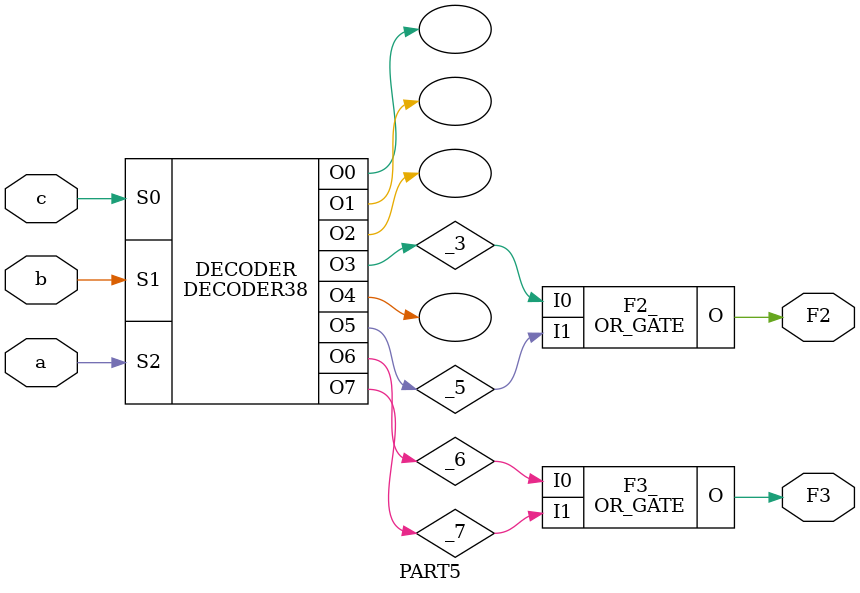
<source format=v>
`timescale 1ns / 1ps


module AND_GATE(I0, I1, O);
    input wire I0;
    input wire I1;
    
    output wire O;
    
    assign O = I0 & I1;

endmodule

module OR_GATE(I0, I1, O);
    input wire I0;
    input wire I1;
    
    output wire O;
    
    assign O = I0 | I1;
    
endmodule

module NOT_GATE(I, O);
    input wire I;
    
    output wire O;
    
    assign O = ~I;

endmodule

module XOR_GATE(I0, I1, O);

    input wire I0;
    input wire I1;
    
    output wire O;
    
    assign O = (~I0 & I1) | (I0 & ~I1);

endmodule

module NAND_GATE(I0, I1, O);
    
    input wire I0;
    input wire I1;
    
    output wire O;
    
    assign O = ~(I0 & I1);

endmodule

module MULTIPLEXER81(I0, I1, I2, I3, I4, I5, I6, I7, S2, S1, S0, O);
    
    input wire I0, I1, I2, I3, I4, I5, I6, I7, S2, S1, S0;
    output wire O;
    
    assign O = ((~S2 & ~S1 & ~S0 & I0) | (~S2 & ~S1 & S0 & I1) | (~S2 & S1 & ~S0 & I2) | (~S2 & S1 & S0 & I3) | (S2 & ~S1 & ~S0 & I4) | (S2 & ~S1 & S0 & I5) | (S2 & S1 & ~S0 & I6) | (S2 & S1 & S0 & I7)); 

endmodule

module DECODER38(S2, S1, S0, O0, O1 ,O2, O3, O4, O5, O6, O7);

    input wire S2, S1, S0;
    
    output wire O0, O1, O2, O3, O4, O5, O6, O7;
    
    assign O0 = ~S2 & ~S1 & ~S0;
    assign O1 = ~S2 & ~S1 & S0;
    assign O2 = ~S2 & S1 & ~S0;
    assign O3 = ~S2 & S1 & S0;
    assign O4 = S2 & ~S1 & ~S0;
    assign O5 = S2 & ~S1 & S0;
    assign O6 = S2 & S1 & ~S0;
    assign O7 = S2 & S1 & S0;

endmodule

module HALF_ADDER1(I0, I1, SUM, CARRY);
    
    input wire I0, I1;
    output wire SUM, CARRY;
    
    XOR_GATE SUM_CALCULATOR(.I0(I0), .I1(I1), .O(SUM));
    AND_GATE CARRY_CALCULATOR(.I0(I0), .I1(I1), .O(CARRY));

endmodule

module FULL_ADDER1(I0, I1, SUM, CARRY_IN, CARRY_OUT);

    input wire I0, I1, CARRY_IN;
    
    output wire SUM, CARRY_OUT;
    
    wire INTERMEDIATE_SUM, INTERMEDIATE_CARRY1, INTERMEDIATE_CARRY2;
    
    HALF_ADDER1 FIRST_HALF_ADDER(.I0(I0), .I1(I1), .SUM(INTERMEDIATE_SUM), .CARRY(INTERMEDIATE_CARRY1));
    HALF_ADDER1 SECOND_HALF_ADDER(.I0(INTERMEDIATE_SUM), .I1(CARRY_IN), .SUM(SUM), .CARRY(INTERMEDIATE_CARRY2));
    OR_GATE CARRY_CALCULATOR(.I0(INTERMEDIATE_CARRY1), .I1(INTERMEDIATE_CARRY2), .O(CARRY_OUT));

endmodule

module FULL_ADDER4(A, B, SUM, CARRY_IN, CARRY_OUT);

    input wire [3:0] A;
    input wire [3:0] B;
    input wire [0:0] CARRY_IN;
    
    output wire [3:0] SUM;
    output wire [0:0] CARRY_OUT;
    
    wire CARRY1, CARRY2, CARRY3;
    
    FULL_ADDER1 BIT1(.I0(A[0]),.I1(B[0]), .SUM(SUM[0]), .CARRY_IN(CARRY_IN), .CARRY_OUT(CARRY1));
    FULL_ADDER1 BIT2(.I0(A[1]),.I1(B[1]), .SUM(SUM[1]), .CARRY_IN(CARRY1), .CARRY_OUT(CARRY2));
    FULL_ADDER1 BIT3(.I0(A[2]),.I1(B[2]), .SUM(SUM[2]), .CARRY_IN(CARRY2), .CARRY_OUT(CARRY3));
    FULL_ADDER1 BIT4(.I0(A[3]),.I1(B[3]), .SUM(SUM[3]), .CARRY_IN(CARRY3), .CARRY_OUT(CARRY_OUT)); 
    
endmodule

module FULL_ADDER8(A, B, SUM, CARRY_IN, CARRY_OUT);

    input wire [7:0] A;
    input wire [7:0] B;
    input wire [0:0] CARRY_IN;
    
    output wire [7:0] SUM;
    output wire [0:0] CARRY_OUT;
    
    wire CARRY1, CARRY2, CARRY3, CARRY4, CARRY5, CARRY6, CARRY7;
    
    FULL_ADDER1 BIT1(.I0(A[0]),.I1(B[0]), .SUM(SUM[0]), .CARRY_IN(CARRY_IN), .CARRY_OUT(CARRY1));
    FULL_ADDER1 BIT2(.I0(A[1]),.I1(B[1]), .SUM(SUM[1]), .CARRY_IN(CARRY1), .CARRY_OUT(CARRY2));
    FULL_ADDER1 BIT3(.I0(A[2]),.I1(B[2]), .SUM(SUM[2]), .CARRY_IN(CARRY2), .CARRY_OUT(CARRY3));
    FULL_ADDER1 BIT4(.I0(A[3]),.I1(B[3]), .SUM(SUM[3]), .CARRY_IN(CARRY3), .CARRY_OUT(CARRY4));
    FULL_ADDER1 BIT5(.I0(A[4]),.I1(B[4]), .SUM(SUM[4]), .CARRY_IN(CARRY4), .CARRY_OUT(CARRY5));
    FULL_ADDER1 BIT6(.I0(A[5]),.I1(B[5]), .SUM(SUM[5]), .CARRY_IN(CARRY5), .CARRY_OUT(CARRY6));
    FULL_ADDER1 BIT7(.I0(A[6]),.I1(B[6]), .SUM(SUM[6]), .CARRY_IN(CARRY6), .CARRY_OUT(CARRY7));
    FULL_ADDER1 BIT8(.I0(A[7]),.I1(B[7]), .SUM(SUM[7]), .CARRY_IN(CARRY7), .CARRY_OUT(CARRY_OUT));
    
endmodule

module ADDER_SUBTRACTOR16(A, B, SWITCH, RESULT, CARRY_OUT);

    input wire [15:0] A;
    input wire [15:0] B;
    input wire [0:0] SWITCH; // IF SWITCH IS 0 ADD, IF SWITCH IS 1 SUBTRACT
    
    output wire [15:0] RESULT;
    output wire [0:0] CARRY_OUT;
    
    wire [15:0] C; // B OR TWOS COMPLEMENT OF B
    wire CARRY1, CARRY2, CARRY3, CARRY4, CARRY5, CARRY6, CARRY7, CARRY8, CARRY9, CARRY10, CARRY11, CARRY12, CARRY13, CARRY14, CARRY15; 
    
    XOR_GATE ADD_OR_SUBTRACT_BIT0(B[0], SWITCH, C[0]);
    XOR_GATE ADD_OR_SUBTRACT_BIT1(B[1], SWITCH, C[1]);
    XOR_GATE ADD_OR_SUBTRACT_BIT2(B[2], SWITCH, C[2]);
    XOR_GATE ADD_OR_SUBTRACT_BIT3(B[3], SWITCH, C[3]);
    XOR_GATE ADD_OR_SUBTRACT_BIT4(B[4], SWITCH, C[4]);
    XOR_GATE ADD_OR_SUBTRACT_BIT5(B[5], SWITCH, C[5]);
    XOR_GATE ADD_OR_SUBTRACT_BIT6(B[6], SWITCH, C[6]);
    XOR_GATE ADD_OR_SUBTRACT_BIT7(B[7], SWITCH, C[7]);  
    XOR_GATE ADD_OR_SUBTRACT_BIT8(B[8], SWITCH, C[8]);
    XOR_GATE ADD_OR_SUBTRACT_BIT9(B[9], SWITCH, C[9]);
    XOR_GATE ADD_OR_SUBTRACT_BIT10(B[10], SWITCH, C[10]);
    XOR_GATE ADD_OR_SUBTRACT_BIT11(B[11], SWITCH, C[11]);
    XOR_GATE ADD_OR_SUBTRACT_BIT12(B[12], SWITCH, C[12]);
    XOR_GATE ADD_OR_SUBTRACT_BIT13(B[13], SWITCH, C[13]);
    XOR_GATE ADD_OR_SUBTRACT_BIT14(B[14], SWITCH, C[14]);
    XOR_GATE ADD_OR_SUBTRACT_BIT15(B[15], SWITCH, C[15]);
    
    FULL_ADDER1 BIT1(.I0(A[0]),.I1(C[0]), .SUM(RESULT[0]), .CARRY_IN(SWITCH), .CARRY_OUT(CARRY1));
    FULL_ADDER1 BIT2(.I0(A[1]),.I1(C[1]), .SUM(RESULT[1]), .CARRY_IN(CARRY1), .CARRY_OUT(CARRY2));
    FULL_ADDER1 BIT3(.I0(A[2]),.I1(C[2]), .SUM(RESULT[2]), .CARRY_IN(CARRY2), .CARRY_OUT(CARRY3));
    FULL_ADDER1 BIT4(.I0(A[3]),.I1(C[3]), .SUM(RESULT[3]), .CARRY_IN(CARRY3), .CARRY_OUT(CARRY4));
    FULL_ADDER1 BIT5(.I0(A[4]),.I1(C[4]), .SUM(RESULT[4]), .CARRY_IN(CARRY4), .CARRY_OUT(CARRY5));
    FULL_ADDER1 BIT6(.I0(A[5]),.I1(C[5]), .SUM(RESULT[5]), .CARRY_IN(CARRY5), .CARRY_OUT(CARRY6));
    FULL_ADDER1 BIT7(.I0(A[6]),.I1(C[6]), .SUM(RESULT[6]), .CARRY_IN(CARRY6), .CARRY_OUT(CARRY7));
    FULL_ADDER1 BIT8(.I0(A[7]),.I1(C[7]), .SUM(RESULT[7]), .CARRY_IN(CARRY7), .CARRY_OUT(CARRY8));
    FULL_ADDER1 BIT9(.I0(A[8]),.I1(C[8]), .SUM(RESULT[8]), .CARRY_IN(CARRY8), .CARRY_OUT(CARRY9));
    FULL_ADDER1 BIT10(.I0(A[9]),.I1(C[9]), .SUM(RESULT[9]), .CARRY_IN(CARRY9), .CARRY_OUT(CARRY10));
    FULL_ADDER1 BIT11(.I0(A[10]),.I1(C[10]), .SUM(RESULT[10]), .CARRY_IN(CARRY10), .CARRY_OUT(CARRY11));
    FULL_ADDER1 BIT12(.I0(A[11]),.I1(C[11]), .SUM(RESULT[11]), .CARRY_IN(CARRY11), .CARRY_OUT(CARRY12));
    FULL_ADDER1 BIT13(.I0(A[12]),.I1(C[12]), .SUM(RESULT[12]), .CARRY_IN(CARRY12), .CARRY_OUT(CARRY13));
    FULL_ADDER1 BIT14(.I0(A[13]),.I1(C[13]), .SUM(RESULT[13]), .CARRY_IN(CARRY13), .CARRY_OUT(CARRY14));
    FULL_ADDER1 BIT15(.I0(A[14]),.I1(C[14]), .SUM(RESULT[14]), .CARRY_IN(CARRY14), .CARRY_OUT(CARRY15));
    FULL_ADDER1 BIT16(.I0(A[15]),.I1(C[15]), .SUM(RESULT[15]), .CARRY_IN(CARRY15), .CARRY_OUT(CARRY_OUT));

endmodule

module B_MINUS_2A_CALCULATOR(A, B,  RESULT);

    input wire [15:0] A;
    input wire [15:0] B;
    
    wire [15:0] _2A_;
    
    output wire [15:0] RESULT;
    
    ADDER_SUBTRACTOR16 _2A_FINDER(.A(A), .B(A), .SWITCH(0), .RESULT(_2A_), .CARRY_OUT()); // THERE WILL BE NO OVERFLOW FOR THE GIVEN EXAMPLES IN THE HOMEWORK, SO I WILL IGNORE OVERFLOW INSTANCES
    ADDER_SUBTRACTOR16 B_MINUS_2A(.A(B), .B(_2A_), .SWITCH(1), .RESULT(RESULT), .CARRY_OUT());

endmodule

module PART2(a, b, c, d, F);

    input wire a, b, c, d;
    wire not_a, not_b, not_d, not_b_not_d, ac, acd, bc, acd_or_not_a_bc, not_a_bc;
    output wire F;
    
    NOT_GATE NOT_A(.I(a), .O(not_a));
    NOT_GATE NOT_B(.I(b), .O(not_b));
    NOT_GATE NOT_D(.I(d), .O(not_d));    
    AND_GATE BC(.I0(b), .I1(c), .O(bc));
    AND_GATE NOT_B_NOT_D(.I0(not_b), .I1(not_d), .O(not_b_not_d));
    AND_GATE NOT_A_BC(.I0(not_a),.I1(bc),.O(not_a_bc));
    AND_GATE AC(.I0(a),.I1(c),.O(ac));
    AND_GATE ACD(.I0(ac),.I1(d),.O(acd));
    OR_GATE ACD_OR_NOT_A_BC(.I0(not_a_bc),.I1(acd),.O(acd_or_not_a_bc));
    OR_GATE OUTPUT_F(.I0(not_b_not_d),.I1(acd_or_not_a_bc),.O(F));
    
endmodule

module PART3(a, b, c, d, F);

    input wire a, b, c, d;
    wire not_a, not_b, not_d, b_or_d, a_or_not_b, not_a_b, a_or_not_b_or_not_c, not_a_or_not_c, ac, not_a_or_not_c_or_not_d, wire1, wire2;
    output wire F;
    
    NAND_GATE NOT_A(.I0(a), .I1(a),.O(not_a));
    NAND_GATE NOT_B(.I0(b), .I1(b),.O(not_b));
    NAND_GATE NOT_D(.I0(d), .I1(d),.O(not_d));
    NAND_GATE B_OR_D(.I0(not_b), .I1(not_d),.O(b_or_d));
    NAND_GATE A_OR_NOT_B(.I0(not_a), .I1(b),.O(a_or_not_b));
    NAND_GATE NOT_A_B(.I0(a_or_not_b), .I1(a_or_not_b),.O(not_a_b));
    NAND_GATE A_OR_NOT_B_OR_NOT_C(.I0(not_a_b), .I1(c),.O(a_or_not_b_or_not_c));
    NAND_GATE NOT_A_OR_NOT_C(.I0(a), .I1(c),.O(not_a_or_not_c));
    NAND_GATE AC(.I0(not_a_or_not_c), .I1(not_a_or_not_c),.O(ac));
    NAND_GATE NOT_A_OR_NOT_C_OR_NOT_D(.I0(ac), .I1(d),.O(not_a_or_not_c_or_not_d));
    NAND_GATE NAND_11(.I0(b_or_d), .I1(a_or_not_b_or_not_c),.O(wire1));
    NAND_GATE NAND_12(.I0(wire1), .I1(wire1),.O(wire2));
    NAND_GATE F_(.I0(wire2), .I1(not_a_or_not_c_or_not_d),.O(F));

endmodule

module PART4(a, b, c, d, F);
    input wire a, b, c, d;
    wire not_d;
    output wire F;
    
    NOT_GATE NOT_D(.I(d),.O(not_d));
    MULTIPLEXER81 MULTIPLEXER(.I0(not_d), .I1(not_d), .I2(0), .I3(1), .I4(not_d), .I5(1), .I6(0), .I7(d), .S2(a), .S1(b), .S0(c), .O(F));
    
endmodule

module PART5(a, b, c, F2, F3);

    input wire a, b, c;
    wire _3, _5, _6, _7;
    output wire F2, F3;
    
    DECODER38 DECODER(.S2(a), .S1(b), .S0(c), .O0(), .O1() ,.O2(), .O3(_3), .O4(), .O5(_5), .O6(_6), .O7(_7));
    OR_GATE F2_(.I0(_3), .I1(_5), .O(F2));
    OR_GATE F3_(.I0(_6), .I1(_7), .O(F3));
    
endmodule



// ÖZBERK HAZANTEKÝN 150200100
// LORA NOÇKA 150200912










</source>
